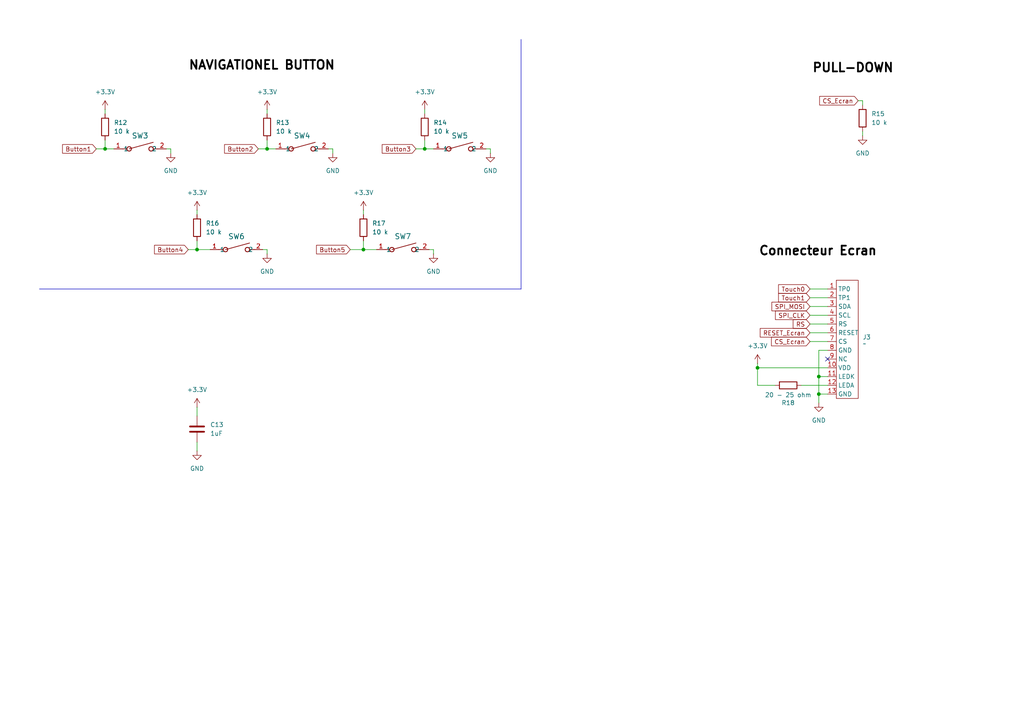
<source format=kicad_sch>
(kicad_sch (version 20231120) (generator "eeschema") (generator_version "8.0")
  (paper "A4")
  (title_block (title "ÉCRAN_RULER 2024") (date "2024-12-27") (rev "A"))
  (lib_symbols
    (symbol "CS1213AGF260:CS1213AGF260" (pin_names (offset 0.254))
      (property "Reference" "SW" (at 7.62 3.81 0))
      (property "Value" "CS1213AGF260" (at 0 0 0))
      (symbol "CS1213AGF260_0_1"
        (polyline (pts (xy 2.54 0) (xy 3.81 0)) (stroke (width 0.2032)))
        (polyline (pts (xy 4.445 0) (xy 11.43 1.905)) (stroke (width 0.2032)))
        (polyline (pts (xy 12.7 0) (xy 11.43 0)) (stroke (width 0.2032)))
        (circle (center 4.445 0) (radius 0.635) (stroke (width 0.254)))
        (circle (center 10.795 0) (radius 0.635) (stroke (width 0.254)))
        (pin unspecified line (at 0 0 0) (length 2.54) (name "1") (number "1"))
        (pin unspecified line (at 15.24 0 180) (length 2.54) (name "2") (number "2"))
      )
    )
    (symbol "ConnectorScreen:Header1x13"
      (property "Reference" "J" (at 2.794 -0.254 0))
      (symbol "Header1x13_0_1"
        (rectangle (start 0 -2.54) (end 6.35 -36.83))
      )
      (symbol "Header1x13_1_1"
        (pin passive line (at -2.54 -5.08 0) (length 2.54) (name "TP0") (number "1"))
        (pin passive line (at -2.54 -27.94 0) (length 2.54) (name "VDD") (number "10"))
        (pin passive line (at -2.54 -30.48 0) (length 2.54) (name "LEDK") (number "11"))
        (pin passive line (at -2.54 -33.02 0) (length 2.54) (name "LEDA") (number "12"))
        (pin passive line (at -2.54 -35.56 0) (length 2.54) (name "GND") (number "13"))
        (pin passive line (at -2.54 -7.62 0) (length 2.54) (name "TP1") (number "2"))
        (pin passive line (at -2.54 -10.16 0) (length 2.54) (name "SDA") (number "3"))
        (pin passive line (at -2.54 -12.7 0) (length 2.54) (name "SCL") (number "4"))
        (pin passive line (at -2.54 -15.24 0) (length 2.54) (name "RS") (number "5"))
        (pin passive line (at -2.54 -17.78 0) (length 2.54) (name "RESET") (number "6"))
        (pin passive line (at -2.54 -20.32 0) (length 2.54) (name "CS") (number "7"))
        (pin passive line (at -2.54 -22.86 0) (length 2.54) (name "GND") (number "8"))
        (pin passive line (at -2.54 -25.4 0) (length 2.54) (name "NC") (number "9"))
      )
    )
    (symbol "Device:C" (pin_numbers hide) (pin_names (offset 0.254))
      (property "Reference" "C" (at 0.635 2.54 0))
      (property "Value" "C" (at 0.635 -2.54 0))
      (symbol "C_0_1"
        (polyline (pts (xy -2.032 -0.762) (xy 2.032 -0.762)) (stroke (width 0.508)))
        (polyline (pts (xy -2.032 0.762) (xy 2.032 0.762)) (stroke (width 0.508)))
      )
      (symbol "C_1_1"
        (pin passive line (at 0 3.81 270) (length 2.794) (name "~") (number "1"))
        (pin passive line (at 0 -3.81 90) (length 2.794) (name "~") (number "2"))
      )
    )
    (symbol "Device:R" (pin_numbers hide) (pin_names (offset 0))
      (property "Reference" "R" (at 2.032 0 90))
      (property "Value" "R" (at 0 0 90))
      (symbol "R_0_1"
        (rectangle (start -1.016 -2.54) (end 1.016 2.54) (stroke (width 0.254)))
      )
      (symbol "R_1_1"
        (pin passive line (at 0 3.81 270) (length 1.27) (name "~") (number "1"))
        (pin passive line (at 0 -3.81 90) (length 1.27) (name "~") (number "2"))
      )
    )
    (symbol "power:+3.3V" (power) (pin_numbers hide) (pin_names (offset 0) hide)
      (property "Value" "+3.3V" (at 0 3.556 0))
      (symbol "+3.3V_0_1"
        (polyline (pts (xy -0.762 1.27) (xy 0 2.54)))
        (polyline (pts (xy 0 0) (xy 0 2.54)))
        (polyline (pts (xy 0 2.54) (xy 0.762 1.27)))
      )
      (symbol "+3.3V_1_1"
        (pin power_in line (at 0 0 90) (length 0) (name "~") (number "1"))
      )
    )
    (symbol "power:GND" (power) (pin_numbers hide) (pin_names (offset 0) hide)
      (property "Value" "GND" (at 0 -3.81 0))
      (symbol "GND_0_1"
        (polyline (pts (xy 0 0) (xy 0 -1.27) (xy 1.27 -1.27) (xy 0 -2.54) (xy -1.27 -1.27) (xy 0 -1.27)))
      )
      (symbol "GND_1_1"
        (pin power_in line (at 0 0 270) (length 0) (name "~") (number "1"))
      )
    )
  )
  (junction (at 123.19 43.18))
  (junction (at 237.49 114.3))
  (junction (at 77.47 43.18))
  (junction (at 219.71 106.68))
  (junction (at 237.49 109.22))
  (junction (at 57.15 72.39))
  (junction (at 30.48 43.18))
  (junction (at 105.41 72.39))
  (no_connect (at 240.03 104.14))
  (wire (pts (xy 57.15 60.96) (xy 57.15 62.23)))
  (wire (pts (xy 123.19 43.18) (xy 125.73 43.18)))
  (wire (pts (xy 74.93 43.18) (xy 77.47 43.18)))
  (wire (pts (xy 57.15 69.85) (xy 57.15 72.39)))
  (wire (pts (xy 30.48 40.64) (xy 30.48 43.18)))
  (wire (pts (xy 219.71 105.41) (xy 219.71 106.68)))
  (wire (pts (xy 95.25 43.18) (xy 96.52 43.18)))
  (wire (pts (xy 96.52 43.18) (xy 96.52 44.45)))
  (wire (pts (xy 234.95 96.52) (xy 240.03 96.52)))
  (wire (pts (xy 237.49 109.22) (xy 237.49 114.3)))
  (wire (pts (xy 234.95 88.9) (xy 240.03 88.9)))
  (wire (pts (xy 57.15 72.39) (xy 60.96 72.39)))
  (wire (pts (xy 234.95 99.06) (xy 240.03 99.06)))
  (wire (pts (xy 240.03 106.68) (xy 219.71 106.68)))
  (wire (pts (xy 54.61 72.39) (xy 57.15 72.39)))
  (wire (pts (xy 105.41 69.85) (xy 105.41 72.39)))
  (wire (pts (xy 140.97 43.18) (xy 142.24 43.18)))
  (polyline (pts (xy 11.43 83.82) (xy 151.13 83.82)))
  (wire (pts (xy 234.95 93.98) (xy 240.03 93.98)))
  (wire (pts (xy 101.6 72.39) (xy 105.41 72.39)))
  (wire (pts (xy 237.49 109.22) (xy 240.03 109.22)))
  (wire (pts (xy 237.49 114.3) (xy 240.03 114.3)))
  (wire (pts (xy 142.24 43.18) (xy 142.24 44.45)))
  (wire (pts (xy 30.48 43.18) (xy 33.02 43.18)))
  (wire (pts (xy 76.2 72.39) (xy 77.47 72.39)))
  (wire (pts (xy 27.94 43.18) (xy 30.48 43.18)))
  (wire (pts (xy 237.49 114.3) (xy 237.49 116.84)))
  (wire (pts (xy 105.41 72.39) (xy 109.22 72.39)))
  (wire (pts (xy 120.65 43.18) (xy 123.19 43.18)))
  (wire (pts (xy 237.49 101.6) (xy 237.49 109.22)))
  (wire (pts (xy 49.53 43.18) (xy 49.53 44.45)))
  (wire (pts (xy 105.41 60.96) (xy 105.41 62.23)))
  (wire (pts (xy 219.71 111.76) (xy 219.71 106.68)))
  (wire (pts (xy 234.95 83.82) (xy 240.03 83.82)))
  (wire (pts (xy 77.47 43.18) (xy 80.01 43.18)))
  (wire (pts (xy 224.79 111.76) (xy 219.71 111.76)))
  (wire (pts (xy 250.19 29.21) (xy 250.19 30.48)))
  (wire (pts (xy 123.19 40.64) (xy 123.19 43.18)))
  (wire (pts (xy 240.03 101.6) (xy 237.49 101.6)))
  (wire (pts (xy 234.95 86.36) (xy 240.03 86.36)))
  (wire (pts (xy 234.95 91.44) (xy 240.03 91.44)))
  (wire (pts (xy 125.73 72.39) (xy 125.73 73.66)))
  (wire (pts (xy 124.46 72.39) (xy 125.73 72.39)))
  (wire (pts (xy 123.19 31.75) (xy 123.19 33.02)))
  (wire (pts (xy 57.15 128.27) (xy 57.15 130.81)))
  (wire (pts (xy 48.26 43.18) (xy 49.53 43.18)))
  (wire (pts (xy 77.47 31.75) (xy 77.47 33.02)))
  (wire (pts (xy 248.92 29.21) (xy 250.19 29.21)))
  (wire (pts (xy 77.47 40.64) (xy 77.47 43.18)))
  (wire (pts (xy 57.15 118.11) (xy 57.15 120.65)))
  (wire (pts (xy 77.47 72.39) (xy 77.47 73.66)))
  (polyline (pts (xy 151.13 11.43) (xy 151.13 83.82)))
  (wire (pts (xy 232.41 111.76) (xy 240.03 111.76)))
  (wire (pts (xy 250.19 38.1) (xy 250.19 39.37)))
  (wire (pts (xy 30.48 31.75) (xy 30.48 33.02)))
  (text "NAVIGATIONEL BUTTON" (at 75.946 19.05 0) (effects (font (size 2.54 2.54) (thickness 0.508) (bold yes))))
  (text "PULL-DOWN" (at 247.396 19.812 0) (effects (font (size 2.54 2.54) (thickness 0.508) (bold yes))))
  (text "Connecteur Ecran" (at 237.236 72.898 0) (effects (font (size 2.54 2.54) (thickness 0.508) (bold yes))))
  (global_label "SPI_MOSI" (shape input) (at 234.95 88.9 180) (property "Intersheetrefs" "${INTERSHEET_REFS}" (effects (hide yes))))
  (global_label "Button1" (shape input) (at 27.94 43.18 180) (property "Intersheetrefs" "${INTERSHEET_REFS}" (effects (hide yes))))
  (global_label "Button5" (shape input) (at 101.6 72.39 180) (property "Intersheetrefs" "${INTERSHEET_REFS}" (effects (hide yes))))
  (global_label "Button3" (shape input) (at 120.65 43.18 180) (property "Intersheetrefs" "${INTERSHEET_REFS}" (effects (hide yes))))
  (global_label "RESET_Ecran" (shape input) (at 234.95 96.52 180) (property "Intersheetrefs" "${INTERSHEET_REFS}" (effects (hide yes))))
  (global_label "Touch1" (shape input) (at 234.95 86.36 180) (property "Intersheetrefs" "${INTERSHEET_REFS}" (effects (hide yes))))
  (global_label "CS_Ecran" (shape input) (at 234.95 99.06 180) (property "Intersheetrefs" "${INTERSHEET_REFS}" (effects (hide yes))))
  (global_label "CS_Ecran" (shape input) (at 248.92 29.21 180) (property "Intersheetrefs" "${INTERSHEET_REFS}" (effects (hide yes))))
  (global_label "Touch0" (shape input) (at 234.95 83.82 180) (property "Intersheetrefs" "${INTERSHEET_REFS}" (effects (hide yes))))
  (global_label "RS" (shape input) (at 234.95 93.98 180) (property "Intersheetrefs" "${INTERSHEET_REFS}" (effects (hide yes))))
  (global_label "SPI_CLK" (shape input) (at 234.95 91.44 180) (property "Intersheetrefs" "${INTERSHEET_REFS}" (effects (hide yes))))
  (global_label "Button4" (shape input) (at 54.61 72.39 180) (property "Intersheetrefs" "${INTERSHEET_REFS}" (effects (hide yes))))
  (global_label "Button2" (shape input) (at 74.93 43.18 180) (property "Intersheetrefs" "${INTERSHEET_REFS}" (effects (hide yes))))
  (symbol (lib_id "CS1213AGF260:CS1213AGF260") (at 125.73 43.18 0) (unit 1)
    (property "Reference" "SW5" (at 133.35 39.37 0) (effects (font (size 1.524 1.524))))
    (property "Value" "CS1213AGF260" (effects (hide yes)))
    (property "Footprint" "CS1213AGF260:SW_CS1213AGF260_CRS" (effects (hide yes)))
    (property "Datasheet" "CS1213AGF260" (effects (hide yes)))
  )
  (symbol (lib_id "power:GND") (at 77.47 73.66 0) (unit 1)
    (property "Reference" "#PWR052" (effects (hide yes)))
    (property "Value" "GND" (at 77.47 78.74 0))
    (property "Description" "Power symbol creates a global label with name \"GND\" , ground" (effects (hide yes)))
  )
  (symbol (lib_id "power:+3.3V") (at 123.19 31.75 0) (unit 1)
    (property "Reference" "#PWR045" (effects (hide yes)))
    (property "Value" "+3.3V" (at 123.19 26.67 0))
    (property "Description" "Power symbol creates a global label with name \"+3.3V\"" (effects (hide yes)))
  )
  (symbol (lib_id "CS1213AGF260:CS1213AGF260") (at 80.01 43.18 0) (unit 1)
    (property "Reference" "SW4" (at 87.63 39.37 0) (effects (font (size 1.524 1.524))))
    (property "Value" "CS1213AGF260" (effects (hide yes)))
    (property "Footprint" "CS1213AGF260:SW_CS1213AGF260_CRS" (effects (hide yes)))
    (property "Datasheet" "CS1213AGF260" (effects (hide yes)))
  )
  (symbol (lib_id "power:GND") (at 250.19 39.37 0) (unit 1)
    (property "Reference" "#PWR046" (effects (hide yes)))
    (property "Value" "GND" (at 250.19 44.45 0))
    (property "Description" "Power symbol creates a global label with name \"GND\" , ground" (effects (hide yes)))
  )
  (symbol (lib_id "ConnectorScreen:Header1x13") (at 242.57 78.74 0) (unit 1)
    (property "Reference" "J3" (at 250.19 97.7899 0) (effects (justify left)))
    (property "Value" "~" (at 250.19 99.695 0) (effects (justify left)))
    (property "Footprint" "Connector_FFC-FPC:Hirose_FH12-13S-0.5SH_1x13-1MP_P0.50mm_Horizontal" (effects (hide yes)))
  )
  (symbol (lib_id "CS1213AGF260:CS1213AGF260") (at 60.96 72.39 0) (unit 1)
    (property "Reference" "SW6" (at 68.58 68.58 0) (effects (font (size 1.524 1.524))))
    (property "Value" "CS1213AGF260" (effects (hide yes)))
    (property "Footprint" "CS1213AGF260:SW_CS1213AGF260_CRS" (effects (hide yes)))
    (property "Datasheet" "CS1213AGF260" (effects (hide yes)))
  )
  (symbol (lib_id "Device:R") (at 250.19 34.29 0) (unit 1)
    (property "Reference" "R15" (at 252.73 33.0199 0) (effects (justify left)))
    (property "Value" "10 k" (at 252.73 35.5599 0) (effects (justify left)))
    (property "Footprint" "Resistor_SMD:R_0603_1608Metric_Pad0.98x0.95mm_HandSolder" (effects (hide yes)))
    (property "Description" "Resistor" (effects (hide yes)))
  )
  (symbol (lib_id "Device:C") (at 57.15 124.46 0) (unit 1)
    (property "Reference" "C13" (at 60.96 123.1899 0) (effects (justify left)))
    (property "Value" "1uF" (at 60.96 125.7299 0) (effects (justify left)))
    (property "Footprint" "Capacitor_SMD:C_0603_1608Metric_Pad1.08x0.95mm_HandSolder" (effects (hide yes)))
    (property "Description" "Unpolarized capacitor" (effects (hide yes)))
  )
  (symbol (lib_id "power:GND") (at 237.49 116.84 0) (unit 1)
    (property "Reference" "#PWR055" (effects (hide yes)))
    (property "Value" "GND" (at 237.49 121.92 0))
    (property "Description" "Power symbol creates a global label with name \"GND\" , ground" (effects (hide yes)))
  )
  (symbol (lib_id "power:GND") (at 49.53 44.45 0) (unit 1)
    (property "Reference" "#PWR047" (effects (hide yes)))
    (property "Value" "GND" (at 49.53 49.53 0))
    (property "Description" "Power symbol creates a global label with name \"GND\" , ground" (effects (hide yes)))
  )
  (symbol (lib_id "Device:R") (at 30.48 36.83 0) (unit 1)
    (property "Reference" "R12" (at 33.02 35.5599 0) (effects (justify left)))
    (property "Value" "10 k" (at 33.02 38.0999 0) (effects (justify left)))
    (property "Footprint" "Resistor_SMD:R_0603_1608Metric_Pad0.98x0.95mm_HandSolder" (effects (hide yes)))
    (property "Description" "Resistor" (effects (hide yes)))
  )
  (symbol (lib_id "power:+3.3V") (at 105.41 60.96 0) (unit 1)
    (property "Reference" "#PWR051" (effects (hide yes)))
    (property "Value" "+3.3V" (at 105.41 55.88 0))
    (property "Description" "Power symbol creates a global label with name \"+3.3V\"" (effects (hide yes)))
  )
  (symbol (lib_id "power:+3.3V") (at 219.71 105.41 0) (unit 1)
    (property "Reference" "#PWR054" (effects (hide yes)))
    (property "Value" "+3.3V" (at 219.71 100.33 0))
    (property "Description" "Power symbol creates a global label with name \"+3.3V\"" (effects (hide yes)))
  )
  (symbol (lib_id "CS1213AGF260:CS1213AGF260") (at 33.02 43.18 0) (unit 1)
    (property "Reference" "SW3" (at 40.64 39.37 0) (effects (font (size 1.524 1.524))))
    (property "Value" "CS1213AGF260" (effects (hide yes)))
    (property "Footprint" "CS1213AGF260:SW_CS1213AGF260_CRS" (effects (hide yes)))
    (property "Datasheet" "CS1213AGF260" (effects (hide yes)))
  )
  (symbol (lib_id "power:GND") (at 57.15 130.81 0) (unit 1)
    (property "Reference" "#PWR057" (effects (hide yes)))
    (property "Value" "GND" (at 57.15 135.89 0))
    (property "Description" "Power symbol creates a global label with name \"GND\" , ground" (effects (hide yes)))
  )
  (symbol (lib_id "Device:R") (at 123.19 36.83 0) (unit 1)
    (property "Reference" "R14" (at 125.73 35.5599 0) (effects (justify left)))
    (property "Value" "10 k" (at 125.73 38.0999 0) (effects (justify left)))
    (property "Footprint" "Resistor_SMD:R_0603_1608Metric_Pad0.98x0.95mm_HandSolder" (effects (hide yes)))
    (property "Description" "Resistor" (effects (hide yes)))
  )
  (symbol (lib_id "power:+3.3V") (at 77.47 31.75 0) (unit 1)
    (property "Reference" "#PWR044" (effects (hide yes)))
    (property "Value" "+3.3V" (at 77.47 26.67 0))
    (property "Description" "Power symbol creates a global label with name \"+3.3V\"" (effects (hide yes)))
  )
  (symbol (lib_id "power:GND") (at 125.73 73.66 0) (unit 1)
    (property "Reference" "#PWR053" (effects (hide yes)))
    (property "Value" "GND" (at 125.73 78.74 0))
    (property "Description" "Power symbol creates a global label with name \"GND\" , ground" (effects (hide yes)))
  )
  (symbol (lib_id "Device:R") (at 57.15 66.04 0) (unit 1)
    (property "Reference" "R16" (at 59.69 64.7699 0) (effects (justify left)))
    (property "Value" "10 k" (at 59.69 67.3099 0) (effects (justify left)))
    (property "Footprint" "Resistor_SMD:R_0603_1608Metric_Pad0.98x0.95mm_HandSolder" (effects (hide yes)))
    (property "Description" "Resistor" (effects (hide yes)))
  )
  (symbol (lib_id "Device:R") (at 228.6 111.76 90) (unit 1)
    (property "Reference" "R18" (at 228.6 116.84 90))
    (property "Value" "20 - 25 ohm" (at 228.6 114.554 90))
    (property "Footprint" "Resistor_SMD:R_0603_1608Metric_Pad0.98x0.95mm_HandSolder" (effects (hide yes)))
    (property "Description" "Resistor" (effects (hide yes)))
  )
  (symbol (lib_id "power:GND") (at 142.24 44.45 0) (unit 1)
    (property "Reference" "#PWR049" (effects (hide yes)))
    (property "Value" "GND" (at 142.24 49.53 0))
    (property "Description" "Power symbol creates a global label with name \"GND\" , ground" (effects (hide yes)))
  )
  (symbol (lib_id "power:+3.3V") (at 30.48 31.75 0) (unit 1)
    (property "Reference" "#PWR043" (effects (hide yes)))
    (property "Value" "+3.3V" (at 30.48 26.67 0))
    (property "Description" "Power symbol creates a global label with name \"+3.3V\"" (effects (hide yes)))
  )
  (symbol (lib_id "power:GND") (at 96.52 44.45 0) (unit 1)
    (property "Reference" "#PWR048" (effects (hide yes)))
    (property "Value" "GND" (at 96.52 49.53 0))
    (property "Description" "Power symbol creates a global label with name \"GND\" , ground" (effects (hide yes)))
  )
  (symbol (lib_id "Device:R") (at 105.41 66.04 0) (unit 1)
    (property "Reference" "R17" (at 107.95 64.7699 0) (effects (justify left)))
    (property "Value" "10 k" (at 107.95 67.3099 0) (effects (justify left)))
    (property "Footprint" "Resistor_SMD:R_0603_1608Metric_Pad0.98x0.95mm_HandSolder" (effects (hide yes)))
    (property "Description" "Resistor" (effects (hide yes)))
  )
  (symbol (lib_id "power:+3.3V") (at 57.15 118.11 0) (unit 1)
    (property "Reference" "#PWR056" (effects (hide yes)))
    (property "Value" "+3.3V" (at 57.15 113.03 0))
    (property "Description" "Power symbol creates a global label with name \"+3.3V\"" (effects (hide yes)))
  )
  (symbol (lib_id "CS1213AGF260:CS1213AGF260") (at 109.22 72.39 0) (unit 1)
    (property "Reference" "SW7" (at 116.84 68.58 0) (effects (font (size 1.524 1.524))))
    (property "Value" "CS1213AGF260" (effects (hide yes)))
    (property "Footprint" "CS1213AGF260:SW_CS1213AGF260_CRS" (effects (hide yes)))
    (property "Datasheet" "CS1213AGF260" (effects (hide yes)))
  )
  (symbol (lib_id "power:+3.3V") (at 57.15 60.96 0) (unit 1)
    (property "Reference" "#PWR050" (effects (hide yes)))
    (property "Value" "+3.3V" (at 57.15 55.88 0))
    (property "Description" "Power symbol creates a global label with name \"+3.3V\"" (effects (hide yes)))
  )
  (symbol (lib_id "Device:R") (at 77.47 36.83 0) (unit 1)
    (property "Reference" "R13" (at 80.01 35.5599 0) (effects (justify left)))
    (property "Value" "10 k" (at 80.01 38.0999 0) (effects (justify left)))
    (property "Footprint" "Resistor_SMD:R_0603_1608Metric_Pad0.98x0.95mm_HandSolder" (effects (hide yes)))
    (property "Description" "Resistor" (effects (hide yes)))
  )
)
</source>
